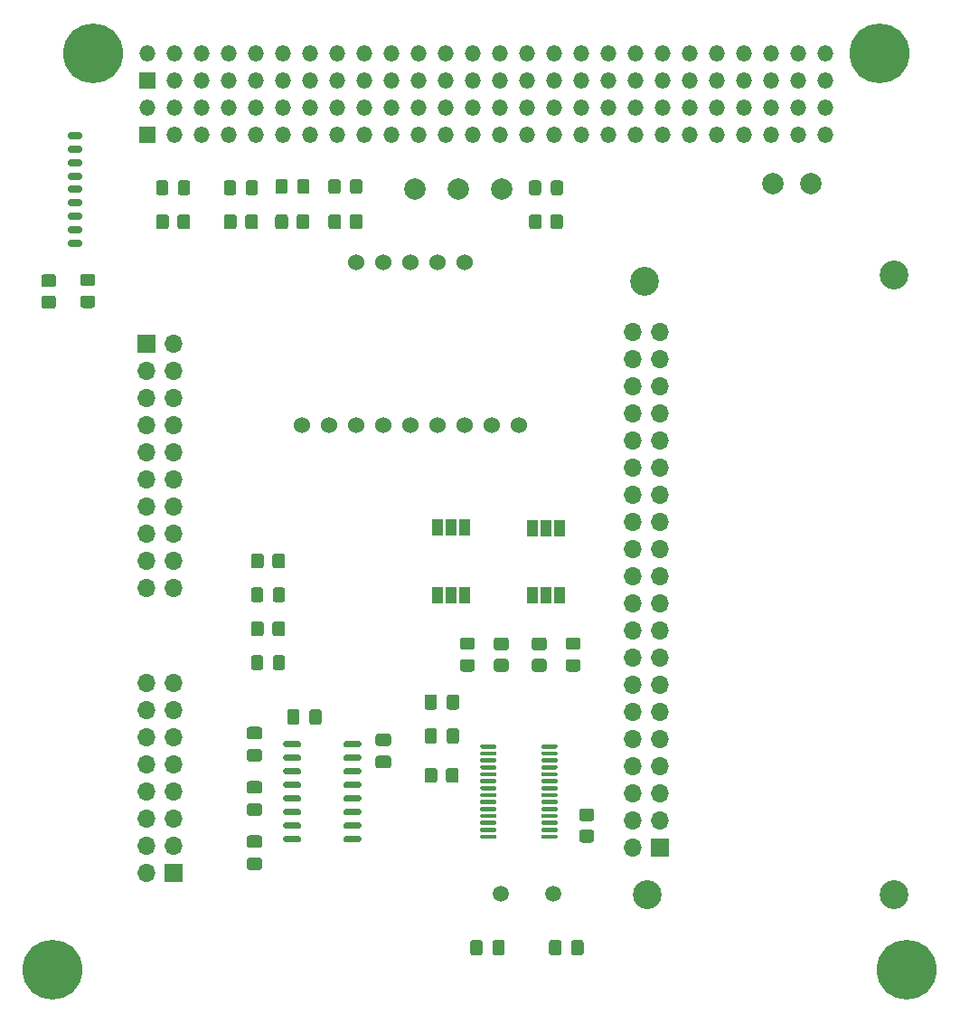
<source format=gbr>
%TF.GenerationSoftware,KiCad,Pcbnew,(5.1.9)-1*%
%TF.CreationDate,2021-10-15T17:54:31-04:00*%
%TF.ProjectId,REVERB Interface,52455645-5242-4204-996e-746572666163,rev?*%
%TF.SameCoordinates,Original*%
%TF.FileFunction,Soldermask,Top*%
%TF.FilePolarity,Negative*%
%FSLAX46Y46*%
G04 Gerber Fmt 4.6, Leading zero omitted, Abs format (unit mm)*
G04 Created by KiCad (PCBNEW (5.1.9)-1) date 2021-10-15 17:54:31*
%MOMM*%
%LPD*%
G01*
G04 APERTURE LIST*
%ADD10C,1.500000*%
%ADD11C,2.000000*%
%ADD12C,2.700000*%
%ADD13R,1.000000X1.500000*%
%ADD14C,1.524000*%
%ADD15C,5.600000*%
%ADD16C,3.600000*%
%ADD17O,1.400000X0.700000*%
%ADD18O,1.700000X1.700000*%
%ADD19R,1.700000X1.700000*%
%ADD20O,1.500000X1.500000*%
%ADD21R,1.500000X1.500000*%
G04 APERTURE END LIST*
%TO.C,U2*%
G36*
G01*
X139354999Y-131120000D02*
X140614997Y-131120000D01*
G75*
G02*
X140809997Y-131315000I0J-195000D01*
G01*
X140809997Y-131575000D01*
G75*
G02*
X140614997Y-131770000I-195000J0D01*
G01*
X139354999Y-131770000D01*
G75*
G02*
X139159999Y-131575000I0J195000D01*
G01*
X139159999Y-131315000D01*
G75*
G02*
X139354999Y-131120000I195000J0D01*
G01*
G37*
G36*
G01*
X139354999Y-129850000D02*
X140614997Y-129850000D01*
G75*
G02*
X140809997Y-130045000I0J-195000D01*
G01*
X140809997Y-130305000D01*
G75*
G02*
X140614997Y-130500000I-195000J0D01*
G01*
X139354999Y-130500000D01*
G75*
G02*
X139159999Y-130305000I0J195000D01*
G01*
X139159999Y-130045000D01*
G75*
G02*
X139354999Y-129850000I195000J0D01*
G01*
G37*
G36*
G01*
X139354999Y-128580000D02*
X140614997Y-128580000D01*
G75*
G02*
X140809997Y-128775000I0J-195000D01*
G01*
X140809997Y-129035000D01*
G75*
G02*
X140614997Y-129230000I-195000J0D01*
G01*
X139354999Y-129230000D01*
G75*
G02*
X139159999Y-129035000I0J195000D01*
G01*
X139159999Y-128775000D01*
G75*
G02*
X139354999Y-128580000I195000J0D01*
G01*
G37*
G36*
G01*
X139354999Y-127310000D02*
X140614997Y-127310000D01*
G75*
G02*
X140809997Y-127505000I0J-195000D01*
G01*
X140809997Y-127765000D01*
G75*
G02*
X140614997Y-127960000I-195000J0D01*
G01*
X139354999Y-127960000D01*
G75*
G02*
X139159999Y-127765000I0J195000D01*
G01*
X139159999Y-127505000D01*
G75*
G02*
X139354999Y-127310000I195000J0D01*
G01*
G37*
G36*
G01*
X139354999Y-126040000D02*
X140614997Y-126040000D01*
G75*
G02*
X140809997Y-126235000I0J-195000D01*
G01*
X140809997Y-126495000D01*
G75*
G02*
X140614997Y-126690000I-195000J0D01*
G01*
X139354999Y-126690000D01*
G75*
G02*
X139159999Y-126495000I0J195000D01*
G01*
X139159999Y-126235000D01*
G75*
G02*
X139354999Y-126040000I195000J0D01*
G01*
G37*
G36*
G01*
X139354999Y-124770000D02*
X140614997Y-124770000D01*
G75*
G02*
X140809997Y-124965000I0J-195000D01*
G01*
X140809997Y-125225000D01*
G75*
G02*
X140614997Y-125420000I-195000J0D01*
G01*
X139354999Y-125420000D01*
G75*
G02*
X139159999Y-125225000I0J195000D01*
G01*
X139159999Y-124965000D01*
G75*
G02*
X139354999Y-124770000I195000J0D01*
G01*
G37*
G36*
G01*
X139354999Y-123500000D02*
X140614997Y-123500000D01*
G75*
G02*
X140809997Y-123695000I0J-195000D01*
G01*
X140809997Y-123955000D01*
G75*
G02*
X140614997Y-124150000I-195000J0D01*
G01*
X139354999Y-124150000D01*
G75*
G02*
X139159999Y-123955000I0J195000D01*
G01*
X139159999Y-123695000D01*
G75*
G02*
X139354999Y-123500000I195000J0D01*
G01*
G37*
G36*
G01*
X139354999Y-122230000D02*
X140614997Y-122230000D01*
G75*
G02*
X140809997Y-122425000I0J-195000D01*
G01*
X140809997Y-122685000D01*
G75*
G02*
X140614997Y-122880000I-195000J0D01*
G01*
X139354999Y-122880000D01*
G75*
G02*
X139159999Y-122685000I0J195000D01*
G01*
X139159999Y-122425000D01*
G75*
G02*
X139354999Y-122230000I195000J0D01*
G01*
G37*
G36*
G01*
X133705000Y-131120000D02*
X134964998Y-131120000D01*
G75*
G02*
X135159998Y-131315000I0J-195000D01*
G01*
X135159998Y-131575000D01*
G75*
G02*
X134964998Y-131770000I-195000J0D01*
G01*
X133705000Y-131770000D01*
G75*
G02*
X133510000Y-131575000I0J195000D01*
G01*
X133510000Y-131315000D01*
G75*
G02*
X133705000Y-131120000I195000J0D01*
G01*
G37*
G36*
G01*
X133705000Y-129850000D02*
X134964998Y-129850000D01*
G75*
G02*
X135159998Y-130045000I0J-195000D01*
G01*
X135159998Y-130305000D01*
G75*
G02*
X134964998Y-130500000I-195000J0D01*
G01*
X133705000Y-130500000D01*
G75*
G02*
X133510000Y-130305000I0J195000D01*
G01*
X133510000Y-130045000D01*
G75*
G02*
X133705000Y-129850000I195000J0D01*
G01*
G37*
G36*
G01*
X133705000Y-128580000D02*
X134964998Y-128580000D01*
G75*
G02*
X135159998Y-128775000I0J-195000D01*
G01*
X135159998Y-129035000D01*
G75*
G02*
X134964998Y-129230000I-195000J0D01*
G01*
X133705000Y-129230000D01*
G75*
G02*
X133510000Y-129035000I0J195000D01*
G01*
X133510000Y-128775000D01*
G75*
G02*
X133705000Y-128580000I195000J0D01*
G01*
G37*
G36*
G01*
X133705000Y-127310000D02*
X134964998Y-127310000D01*
G75*
G02*
X135159998Y-127505000I0J-195000D01*
G01*
X135159998Y-127765000D01*
G75*
G02*
X134964998Y-127960000I-195000J0D01*
G01*
X133705000Y-127960000D01*
G75*
G02*
X133510000Y-127765000I0J195000D01*
G01*
X133510000Y-127505000D01*
G75*
G02*
X133705000Y-127310000I195000J0D01*
G01*
G37*
G36*
G01*
X133705000Y-126040000D02*
X134964998Y-126040000D01*
G75*
G02*
X135159998Y-126235000I0J-195000D01*
G01*
X135159998Y-126495000D01*
G75*
G02*
X134964998Y-126690000I-195000J0D01*
G01*
X133705000Y-126690000D01*
G75*
G02*
X133510000Y-126495000I0J195000D01*
G01*
X133510000Y-126235000D01*
G75*
G02*
X133705000Y-126040000I195000J0D01*
G01*
G37*
G36*
G01*
X133705000Y-124770000D02*
X134964998Y-124770000D01*
G75*
G02*
X135159998Y-124965000I0J-195000D01*
G01*
X135159998Y-125225000D01*
G75*
G02*
X134964998Y-125420000I-195000J0D01*
G01*
X133705000Y-125420000D01*
G75*
G02*
X133510000Y-125225000I0J195000D01*
G01*
X133510000Y-124965000D01*
G75*
G02*
X133705000Y-124770000I195000J0D01*
G01*
G37*
G36*
G01*
X133705000Y-123500000D02*
X134964998Y-123500000D01*
G75*
G02*
X135159998Y-123695000I0J-195000D01*
G01*
X135159998Y-123955000D01*
G75*
G02*
X134964998Y-124150000I-195000J0D01*
G01*
X133705000Y-124150000D01*
G75*
G02*
X133510000Y-123955000I0J195000D01*
G01*
X133510000Y-123695000D01*
G75*
G02*
X133705000Y-123500000I195000J0D01*
G01*
G37*
G36*
G01*
X133705000Y-122230000D02*
X134964998Y-122230000D01*
G75*
G02*
X135159998Y-122425000I0J-195000D01*
G01*
X135159998Y-122685000D01*
G75*
G02*
X134964998Y-122880000I-195000J0D01*
G01*
X133705000Y-122880000D01*
G75*
G02*
X133510000Y-122685000I0J195000D01*
G01*
X133510000Y-122425000D01*
G75*
G02*
X133705000Y-122230000I195000J0D01*
G01*
G37*
%TD*%
%TO.C,R12*%
G36*
G01*
X158515000Y-74110001D02*
X158515000Y-73209999D01*
G75*
G02*
X158764999Y-72960000I249999J0D01*
G01*
X159465001Y-72960000D01*
G75*
G02*
X159715000Y-73209999I0J-249999D01*
G01*
X159715000Y-74110001D01*
G75*
G02*
X159465001Y-74360000I-249999J0D01*
G01*
X158764999Y-74360000D01*
G75*
G02*
X158515000Y-74110001I0J249999D01*
G01*
G37*
G36*
G01*
X156515000Y-74110001D02*
X156515000Y-73209999D01*
G75*
G02*
X156764999Y-72960000I249999J0D01*
G01*
X157465001Y-72960000D01*
G75*
G02*
X157715000Y-73209999I0J-249999D01*
G01*
X157715000Y-74110001D01*
G75*
G02*
X157465001Y-74360000I-249999J0D01*
G01*
X156764999Y-74360000D01*
G75*
G02*
X156515000Y-74110001I0J249999D01*
G01*
G37*
%TD*%
%TO.C,R11*%
G36*
G01*
X111079999Y-80583000D02*
X111980001Y-80583000D01*
G75*
G02*
X112230000Y-80832999I0J-249999D01*
G01*
X112230000Y-81533001D01*
G75*
G02*
X111980001Y-81783000I-249999J0D01*
G01*
X111079999Y-81783000D01*
G75*
G02*
X110830000Y-81533001I0J249999D01*
G01*
X110830000Y-80832999D01*
G75*
G02*
X111079999Y-80583000I249999J0D01*
G01*
G37*
G36*
G01*
X111079999Y-78583000D02*
X111980001Y-78583000D01*
G75*
G02*
X112230000Y-78832999I0J-249999D01*
G01*
X112230000Y-79533001D01*
G75*
G02*
X111980001Y-79783000I-249999J0D01*
G01*
X111079999Y-79783000D01*
G75*
G02*
X110830000Y-79533001I0J249999D01*
G01*
X110830000Y-78832999D01*
G75*
G02*
X111079999Y-78583000I249999J0D01*
G01*
G37*
%TD*%
%TO.C,R10*%
G36*
G01*
X129140000Y-73209999D02*
X129140000Y-74110001D01*
G75*
G02*
X128890001Y-74360000I-249999J0D01*
G01*
X128189999Y-74360000D01*
G75*
G02*
X127940000Y-74110001I0J249999D01*
G01*
X127940000Y-73209999D01*
G75*
G02*
X128189999Y-72960000I249999J0D01*
G01*
X128890001Y-72960000D01*
G75*
G02*
X129140000Y-73209999I0J-249999D01*
G01*
G37*
G36*
G01*
X131140000Y-73209999D02*
X131140000Y-74110001D01*
G75*
G02*
X130890001Y-74360000I-249999J0D01*
G01*
X130189999Y-74360000D01*
G75*
G02*
X129940000Y-74110001I0J249999D01*
G01*
X129940000Y-73209999D01*
G75*
G02*
X130189999Y-72960000I249999J0D01*
G01*
X130890001Y-72960000D01*
G75*
G02*
X131140000Y-73209999I0J-249999D01*
G01*
G37*
%TD*%
%TO.C,R9*%
G36*
G01*
X122790000Y-73209999D02*
X122790000Y-74110001D01*
G75*
G02*
X122540001Y-74360000I-249999J0D01*
G01*
X121839999Y-74360000D01*
G75*
G02*
X121590000Y-74110001I0J249999D01*
G01*
X121590000Y-73209999D01*
G75*
G02*
X121839999Y-72960000I249999J0D01*
G01*
X122540001Y-72960000D01*
G75*
G02*
X122790000Y-73209999I0J-249999D01*
G01*
G37*
G36*
G01*
X124790000Y-73209999D02*
X124790000Y-74110001D01*
G75*
G02*
X124540001Y-74360000I-249999J0D01*
G01*
X123839999Y-74360000D01*
G75*
G02*
X123590000Y-74110001I0J249999D01*
G01*
X123590000Y-73209999D01*
G75*
G02*
X123839999Y-72960000I249999J0D01*
G01*
X124540001Y-72960000D01*
G75*
G02*
X124790000Y-73209999I0J-249999D01*
G01*
G37*
%TD*%
%TO.C,D12*%
G36*
G01*
X158565000Y-70935001D02*
X158565000Y-70034999D01*
G75*
G02*
X158814999Y-69785000I249999J0D01*
G01*
X159465001Y-69785000D01*
G75*
G02*
X159715000Y-70034999I0J-249999D01*
G01*
X159715000Y-70935001D01*
G75*
G02*
X159465001Y-71185000I-249999J0D01*
G01*
X158814999Y-71185000D01*
G75*
G02*
X158565000Y-70935001I0J249999D01*
G01*
G37*
G36*
G01*
X156515000Y-70935001D02*
X156515000Y-70034999D01*
G75*
G02*
X156764999Y-69785000I249999J0D01*
G01*
X157415001Y-69785000D01*
G75*
G02*
X157665000Y-70034999I0J-249999D01*
G01*
X157665000Y-70935001D01*
G75*
G02*
X157415001Y-71185000I-249999J0D01*
G01*
X156764999Y-71185000D01*
G75*
G02*
X156515000Y-70935001I0J249999D01*
G01*
G37*
%TD*%
%TO.C,D11*%
G36*
G01*
X114738999Y-80587000D02*
X115639001Y-80587000D01*
G75*
G02*
X115889000Y-80836999I0J-249999D01*
G01*
X115889000Y-81487001D01*
G75*
G02*
X115639001Y-81737000I-249999J0D01*
G01*
X114738999Y-81737000D01*
G75*
G02*
X114489000Y-81487001I0J249999D01*
G01*
X114489000Y-80836999D01*
G75*
G02*
X114738999Y-80587000I249999J0D01*
G01*
G37*
G36*
G01*
X114738999Y-78537000D02*
X115639001Y-78537000D01*
G75*
G02*
X115889000Y-78786999I0J-249999D01*
G01*
X115889000Y-79437001D01*
G75*
G02*
X115639001Y-79687000I-249999J0D01*
G01*
X114738999Y-79687000D01*
G75*
G02*
X114489000Y-79437001I0J249999D01*
G01*
X114489000Y-78786999D01*
G75*
G02*
X114738999Y-78537000I249999J0D01*
G01*
G37*
%TD*%
%TO.C,D10*%
G36*
G01*
X129090000Y-70034999D02*
X129090000Y-70935001D01*
G75*
G02*
X128840001Y-71185000I-249999J0D01*
G01*
X128189999Y-71185000D01*
G75*
G02*
X127940000Y-70935001I0J249999D01*
G01*
X127940000Y-70034999D01*
G75*
G02*
X128189999Y-69785000I249999J0D01*
G01*
X128840001Y-69785000D01*
G75*
G02*
X129090000Y-70034999I0J-249999D01*
G01*
G37*
G36*
G01*
X131140000Y-70034999D02*
X131140000Y-70935001D01*
G75*
G02*
X130890001Y-71185000I-249999J0D01*
G01*
X130239999Y-71185000D01*
G75*
G02*
X129990000Y-70935001I0J249999D01*
G01*
X129990000Y-70034999D01*
G75*
G02*
X130239999Y-69785000I249999J0D01*
G01*
X130890001Y-69785000D01*
G75*
G02*
X131140000Y-70034999I0J-249999D01*
G01*
G37*
%TD*%
%TO.C,D9*%
G36*
G01*
X122740000Y-70034999D02*
X122740000Y-70935001D01*
G75*
G02*
X122490001Y-71185000I-249999J0D01*
G01*
X121839999Y-71185000D01*
G75*
G02*
X121590000Y-70935001I0J249999D01*
G01*
X121590000Y-70034999D01*
G75*
G02*
X121839999Y-69785000I249999J0D01*
G01*
X122490001Y-69785000D01*
G75*
G02*
X122740000Y-70034999I0J-249999D01*
G01*
G37*
G36*
G01*
X124790000Y-70034999D02*
X124790000Y-70935001D01*
G75*
G02*
X124540001Y-71185000I-249999J0D01*
G01*
X123889999Y-71185000D01*
G75*
G02*
X123640000Y-70935001I0J249999D01*
G01*
X123640000Y-70034999D01*
G75*
G02*
X123889999Y-69785000I249999J0D01*
G01*
X124540001Y-69785000D01*
G75*
G02*
X124790000Y-70034999I0J-249999D01*
G01*
G37*
%TD*%
%TO.C,C7*%
G36*
G01*
X148807500Y-119093000D02*
X148807500Y-118143000D01*
G75*
G02*
X149057500Y-117893000I250000J0D01*
G01*
X149732500Y-117893000D01*
G75*
G02*
X149982500Y-118143000I0J-250000D01*
G01*
X149982500Y-119093000D01*
G75*
G02*
X149732500Y-119343000I-250000J0D01*
G01*
X149057500Y-119343000D01*
G75*
G02*
X148807500Y-119093000I0J250000D01*
G01*
G37*
G36*
G01*
X146732500Y-119093000D02*
X146732500Y-118143000D01*
G75*
G02*
X146982500Y-117893000I250000J0D01*
G01*
X147657500Y-117893000D01*
G75*
G02*
X147907500Y-118143000I0J-250000D01*
G01*
X147907500Y-119093000D01*
G75*
G02*
X147657500Y-119343000I-250000J0D01*
G01*
X146982500Y-119343000D01*
G75*
G02*
X146732500Y-119093000I0J250000D01*
G01*
G37*
%TD*%
%TO.C,C6*%
G36*
G01*
X148807500Y-122268000D02*
X148807500Y-121318000D01*
G75*
G02*
X149057500Y-121068000I250000J0D01*
G01*
X149732500Y-121068000D01*
G75*
G02*
X149982500Y-121318000I0J-250000D01*
G01*
X149982500Y-122268000D01*
G75*
G02*
X149732500Y-122518000I-250000J0D01*
G01*
X149057500Y-122518000D01*
G75*
G02*
X148807500Y-122268000I0J250000D01*
G01*
G37*
G36*
G01*
X146732500Y-122268000D02*
X146732500Y-121318000D01*
G75*
G02*
X146982500Y-121068000I250000J0D01*
G01*
X147657500Y-121068000D01*
G75*
G02*
X147907500Y-121318000I0J-250000D01*
G01*
X147907500Y-122268000D01*
G75*
G02*
X147657500Y-122518000I-250000J0D01*
G01*
X146982500Y-122518000D01*
G75*
G02*
X146732500Y-122268000I0J250000D01*
G01*
G37*
%TD*%
D10*
%TO.C,Y1*%
X153870000Y-136525000D03*
X158750000Y-136525000D03*
%TD*%
%TO.C,U3*%
G36*
G01*
X157700000Y-122875000D02*
X157700000Y-122675000D01*
G75*
G02*
X157800000Y-122575000I100000J0D01*
G01*
X159075000Y-122575000D01*
G75*
G02*
X159175000Y-122675000I0J-100000D01*
G01*
X159175000Y-122875000D01*
G75*
G02*
X159075000Y-122975000I-100000J0D01*
G01*
X157800000Y-122975000D01*
G75*
G02*
X157700000Y-122875000I0J100000D01*
G01*
G37*
G36*
G01*
X157700000Y-123525000D02*
X157700000Y-123325000D01*
G75*
G02*
X157800000Y-123225000I100000J0D01*
G01*
X159075000Y-123225000D01*
G75*
G02*
X159175000Y-123325000I0J-100000D01*
G01*
X159175000Y-123525000D01*
G75*
G02*
X159075000Y-123625000I-100000J0D01*
G01*
X157800000Y-123625000D01*
G75*
G02*
X157700000Y-123525000I0J100000D01*
G01*
G37*
G36*
G01*
X157700000Y-124175000D02*
X157700000Y-123975000D01*
G75*
G02*
X157800000Y-123875000I100000J0D01*
G01*
X159075000Y-123875000D01*
G75*
G02*
X159175000Y-123975000I0J-100000D01*
G01*
X159175000Y-124175000D01*
G75*
G02*
X159075000Y-124275000I-100000J0D01*
G01*
X157800000Y-124275000D01*
G75*
G02*
X157700000Y-124175000I0J100000D01*
G01*
G37*
G36*
G01*
X157700000Y-124825000D02*
X157700000Y-124625000D01*
G75*
G02*
X157800000Y-124525000I100000J0D01*
G01*
X159075000Y-124525000D01*
G75*
G02*
X159175000Y-124625000I0J-100000D01*
G01*
X159175000Y-124825000D01*
G75*
G02*
X159075000Y-124925000I-100000J0D01*
G01*
X157800000Y-124925000D01*
G75*
G02*
X157700000Y-124825000I0J100000D01*
G01*
G37*
G36*
G01*
X157700000Y-125475000D02*
X157700000Y-125275000D01*
G75*
G02*
X157800000Y-125175000I100000J0D01*
G01*
X159075000Y-125175000D01*
G75*
G02*
X159175000Y-125275000I0J-100000D01*
G01*
X159175000Y-125475000D01*
G75*
G02*
X159075000Y-125575000I-100000J0D01*
G01*
X157800000Y-125575000D01*
G75*
G02*
X157700000Y-125475000I0J100000D01*
G01*
G37*
G36*
G01*
X157700000Y-126125000D02*
X157700000Y-125925000D01*
G75*
G02*
X157800000Y-125825000I100000J0D01*
G01*
X159075000Y-125825000D01*
G75*
G02*
X159175000Y-125925000I0J-100000D01*
G01*
X159175000Y-126125000D01*
G75*
G02*
X159075000Y-126225000I-100000J0D01*
G01*
X157800000Y-126225000D01*
G75*
G02*
X157700000Y-126125000I0J100000D01*
G01*
G37*
G36*
G01*
X157700000Y-126775000D02*
X157700000Y-126575000D01*
G75*
G02*
X157800000Y-126475000I100000J0D01*
G01*
X159075000Y-126475000D01*
G75*
G02*
X159175000Y-126575000I0J-100000D01*
G01*
X159175000Y-126775000D01*
G75*
G02*
X159075000Y-126875000I-100000J0D01*
G01*
X157800000Y-126875000D01*
G75*
G02*
X157700000Y-126775000I0J100000D01*
G01*
G37*
G36*
G01*
X157700000Y-127425000D02*
X157700000Y-127225000D01*
G75*
G02*
X157800000Y-127125000I100000J0D01*
G01*
X159075000Y-127125000D01*
G75*
G02*
X159175000Y-127225000I0J-100000D01*
G01*
X159175000Y-127425000D01*
G75*
G02*
X159075000Y-127525000I-100000J0D01*
G01*
X157800000Y-127525000D01*
G75*
G02*
X157700000Y-127425000I0J100000D01*
G01*
G37*
G36*
G01*
X157700000Y-128075000D02*
X157700000Y-127875000D01*
G75*
G02*
X157800000Y-127775000I100000J0D01*
G01*
X159075000Y-127775000D01*
G75*
G02*
X159175000Y-127875000I0J-100000D01*
G01*
X159175000Y-128075000D01*
G75*
G02*
X159075000Y-128175000I-100000J0D01*
G01*
X157800000Y-128175000D01*
G75*
G02*
X157700000Y-128075000I0J100000D01*
G01*
G37*
G36*
G01*
X157700000Y-128725000D02*
X157700000Y-128525000D01*
G75*
G02*
X157800000Y-128425000I100000J0D01*
G01*
X159075000Y-128425000D01*
G75*
G02*
X159175000Y-128525000I0J-100000D01*
G01*
X159175000Y-128725000D01*
G75*
G02*
X159075000Y-128825000I-100000J0D01*
G01*
X157800000Y-128825000D01*
G75*
G02*
X157700000Y-128725000I0J100000D01*
G01*
G37*
G36*
G01*
X157700000Y-129375000D02*
X157700000Y-129175000D01*
G75*
G02*
X157800000Y-129075000I100000J0D01*
G01*
X159075000Y-129075000D01*
G75*
G02*
X159175000Y-129175000I0J-100000D01*
G01*
X159175000Y-129375000D01*
G75*
G02*
X159075000Y-129475000I-100000J0D01*
G01*
X157800000Y-129475000D01*
G75*
G02*
X157700000Y-129375000I0J100000D01*
G01*
G37*
G36*
G01*
X157700000Y-130025000D02*
X157700000Y-129825000D01*
G75*
G02*
X157800000Y-129725000I100000J0D01*
G01*
X159075000Y-129725000D01*
G75*
G02*
X159175000Y-129825000I0J-100000D01*
G01*
X159175000Y-130025000D01*
G75*
G02*
X159075000Y-130125000I-100000J0D01*
G01*
X157800000Y-130125000D01*
G75*
G02*
X157700000Y-130025000I0J100000D01*
G01*
G37*
G36*
G01*
X157700000Y-130675000D02*
X157700000Y-130475000D01*
G75*
G02*
X157800000Y-130375000I100000J0D01*
G01*
X159075000Y-130375000D01*
G75*
G02*
X159175000Y-130475000I0J-100000D01*
G01*
X159175000Y-130675000D01*
G75*
G02*
X159075000Y-130775000I-100000J0D01*
G01*
X157800000Y-130775000D01*
G75*
G02*
X157700000Y-130675000I0J100000D01*
G01*
G37*
G36*
G01*
X157700000Y-131325000D02*
X157700000Y-131125000D01*
G75*
G02*
X157800000Y-131025000I100000J0D01*
G01*
X159075000Y-131025000D01*
G75*
G02*
X159175000Y-131125000I0J-100000D01*
G01*
X159175000Y-131325000D01*
G75*
G02*
X159075000Y-131425000I-100000J0D01*
G01*
X157800000Y-131425000D01*
G75*
G02*
X157700000Y-131325000I0J100000D01*
G01*
G37*
G36*
G01*
X151975000Y-131325000D02*
X151975000Y-131125000D01*
G75*
G02*
X152075000Y-131025000I100000J0D01*
G01*
X153350000Y-131025000D01*
G75*
G02*
X153450000Y-131125000I0J-100000D01*
G01*
X153450000Y-131325000D01*
G75*
G02*
X153350000Y-131425000I-100000J0D01*
G01*
X152075000Y-131425000D01*
G75*
G02*
X151975000Y-131325000I0J100000D01*
G01*
G37*
G36*
G01*
X151975000Y-130675000D02*
X151975000Y-130475000D01*
G75*
G02*
X152075000Y-130375000I100000J0D01*
G01*
X153350000Y-130375000D01*
G75*
G02*
X153450000Y-130475000I0J-100000D01*
G01*
X153450000Y-130675000D01*
G75*
G02*
X153350000Y-130775000I-100000J0D01*
G01*
X152075000Y-130775000D01*
G75*
G02*
X151975000Y-130675000I0J100000D01*
G01*
G37*
G36*
G01*
X151975000Y-130025000D02*
X151975000Y-129825000D01*
G75*
G02*
X152075000Y-129725000I100000J0D01*
G01*
X153350000Y-129725000D01*
G75*
G02*
X153450000Y-129825000I0J-100000D01*
G01*
X153450000Y-130025000D01*
G75*
G02*
X153350000Y-130125000I-100000J0D01*
G01*
X152075000Y-130125000D01*
G75*
G02*
X151975000Y-130025000I0J100000D01*
G01*
G37*
G36*
G01*
X151975000Y-129375000D02*
X151975000Y-129175000D01*
G75*
G02*
X152075000Y-129075000I100000J0D01*
G01*
X153350000Y-129075000D01*
G75*
G02*
X153450000Y-129175000I0J-100000D01*
G01*
X153450000Y-129375000D01*
G75*
G02*
X153350000Y-129475000I-100000J0D01*
G01*
X152075000Y-129475000D01*
G75*
G02*
X151975000Y-129375000I0J100000D01*
G01*
G37*
G36*
G01*
X151975000Y-128725000D02*
X151975000Y-128525000D01*
G75*
G02*
X152075000Y-128425000I100000J0D01*
G01*
X153350000Y-128425000D01*
G75*
G02*
X153450000Y-128525000I0J-100000D01*
G01*
X153450000Y-128725000D01*
G75*
G02*
X153350000Y-128825000I-100000J0D01*
G01*
X152075000Y-128825000D01*
G75*
G02*
X151975000Y-128725000I0J100000D01*
G01*
G37*
G36*
G01*
X151975000Y-128075000D02*
X151975000Y-127875000D01*
G75*
G02*
X152075000Y-127775000I100000J0D01*
G01*
X153350000Y-127775000D01*
G75*
G02*
X153450000Y-127875000I0J-100000D01*
G01*
X153450000Y-128075000D01*
G75*
G02*
X153350000Y-128175000I-100000J0D01*
G01*
X152075000Y-128175000D01*
G75*
G02*
X151975000Y-128075000I0J100000D01*
G01*
G37*
G36*
G01*
X151975000Y-127425000D02*
X151975000Y-127225000D01*
G75*
G02*
X152075000Y-127125000I100000J0D01*
G01*
X153350000Y-127125000D01*
G75*
G02*
X153450000Y-127225000I0J-100000D01*
G01*
X153450000Y-127425000D01*
G75*
G02*
X153350000Y-127525000I-100000J0D01*
G01*
X152075000Y-127525000D01*
G75*
G02*
X151975000Y-127425000I0J100000D01*
G01*
G37*
G36*
G01*
X151975000Y-126775000D02*
X151975000Y-126575000D01*
G75*
G02*
X152075000Y-126475000I100000J0D01*
G01*
X153350000Y-126475000D01*
G75*
G02*
X153450000Y-126575000I0J-100000D01*
G01*
X153450000Y-126775000D01*
G75*
G02*
X153350000Y-126875000I-100000J0D01*
G01*
X152075000Y-126875000D01*
G75*
G02*
X151975000Y-126775000I0J100000D01*
G01*
G37*
G36*
G01*
X151975000Y-126125000D02*
X151975000Y-125925000D01*
G75*
G02*
X152075000Y-125825000I100000J0D01*
G01*
X153350000Y-125825000D01*
G75*
G02*
X153450000Y-125925000I0J-100000D01*
G01*
X153450000Y-126125000D01*
G75*
G02*
X153350000Y-126225000I-100000J0D01*
G01*
X152075000Y-126225000D01*
G75*
G02*
X151975000Y-126125000I0J100000D01*
G01*
G37*
G36*
G01*
X151975000Y-125475000D02*
X151975000Y-125275000D01*
G75*
G02*
X152075000Y-125175000I100000J0D01*
G01*
X153350000Y-125175000D01*
G75*
G02*
X153450000Y-125275000I0J-100000D01*
G01*
X153450000Y-125475000D01*
G75*
G02*
X153350000Y-125575000I-100000J0D01*
G01*
X152075000Y-125575000D01*
G75*
G02*
X151975000Y-125475000I0J100000D01*
G01*
G37*
G36*
G01*
X151975000Y-124825000D02*
X151975000Y-124625000D01*
G75*
G02*
X152075000Y-124525000I100000J0D01*
G01*
X153350000Y-124525000D01*
G75*
G02*
X153450000Y-124625000I0J-100000D01*
G01*
X153450000Y-124825000D01*
G75*
G02*
X153350000Y-124925000I-100000J0D01*
G01*
X152075000Y-124925000D01*
G75*
G02*
X151975000Y-124825000I0J100000D01*
G01*
G37*
G36*
G01*
X151975000Y-124175000D02*
X151975000Y-123975000D01*
G75*
G02*
X152075000Y-123875000I100000J0D01*
G01*
X153350000Y-123875000D01*
G75*
G02*
X153450000Y-123975000I0J-100000D01*
G01*
X153450000Y-124175000D01*
G75*
G02*
X153350000Y-124275000I-100000J0D01*
G01*
X152075000Y-124275000D01*
G75*
G02*
X151975000Y-124175000I0J100000D01*
G01*
G37*
G36*
G01*
X151975000Y-123525000D02*
X151975000Y-123325000D01*
G75*
G02*
X152075000Y-123225000I100000J0D01*
G01*
X153350000Y-123225000D01*
G75*
G02*
X153450000Y-123325000I0J-100000D01*
G01*
X153450000Y-123525000D01*
G75*
G02*
X153350000Y-123625000I-100000J0D01*
G01*
X152075000Y-123625000D01*
G75*
G02*
X151975000Y-123525000I0J100000D01*
G01*
G37*
G36*
G01*
X151975000Y-122875000D02*
X151975000Y-122675000D01*
G75*
G02*
X152075000Y-122575000I100000J0D01*
G01*
X153350000Y-122575000D01*
G75*
G02*
X153450000Y-122675000I0J-100000D01*
G01*
X153450000Y-122875000D01*
G75*
G02*
X153350000Y-122975000I-100000J0D01*
G01*
X152075000Y-122975000D01*
G75*
G02*
X151975000Y-122875000I0J100000D01*
G01*
G37*
%TD*%
%TO.C,R8*%
G36*
G01*
X148736000Y-125926001D02*
X148736000Y-125025999D01*
G75*
G02*
X148985999Y-124776000I249999J0D01*
G01*
X149686001Y-124776000D01*
G75*
G02*
X149936000Y-125025999I0J-249999D01*
G01*
X149936000Y-125926001D01*
G75*
G02*
X149686001Y-126176000I-249999J0D01*
G01*
X148985999Y-126176000D01*
G75*
G02*
X148736000Y-125926001I0J249999D01*
G01*
G37*
G36*
G01*
X146736000Y-125926001D02*
X146736000Y-125025999D01*
G75*
G02*
X146985999Y-124776000I249999J0D01*
G01*
X147686001Y-124776000D01*
G75*
G02*
X147936000Y-125025999I0J-249999D01*
G01*
X147936000Y-125926001D01*
G75*
G02*
X147686001Y-126176000I-249999J0D01*
G01*
X146985999Y-126176000D01*
G75*
G02*
X146736000Y-125926001I0J249999D01*
G01*
G37*
%TD*%
%TO.C,R7*%
G36*
G01*
X161474999Y-130575000D02*
X162375001Y-130575000D01*
G75*
G02*
X162625000Y-130824999I0J-249999D01*
G01*
X162625000Y-131525001D01*
G75*
G02*
X162375001Y-131775000I-249999J0D01*
G01*
X161474999Y-131775000D01*
G75*
G02*
X161225000Y-131525001I0J249999D01*
G01*
X161225000Y-130824999D01*
G75*
G02*
X161474999Y-130575000I249999J0D01*
G01*
G37*
G36*
G01*
X161474999Y-128575000D02*
X162375001Y-128575000D01*
G75*
G02*
X162625000Y-128824999I0J-249999D01*
G01*
X162625000Y-129525001D01*
G75*
G02*
X162375001Y-129775000I-249999J0D01*
G01*
X161474999Y-129775000D01*
G75*
G02*
X161225000Y-129525001I0J249999D01*
G01*
X161225000Y-128824999D01*
G75*
G02*
X161474999Y-128575000I249999J0D01*
G01*
G37*
%TD*%
%TO.C,C9*%
G36*
G01*
X152182500Y-141130000D02*
X152182500Y-142080000D01*
G75*
G02*
X151932500Y-142330000I-250000J0D01*
G01*
X151257500Y-142330000D01*
G75*
G02*
X151007500Y-142080000I0J250000D01*
G01*
X151007500Y-141130000D01*
G75*
G02*
X151257500Y-140880000I250000J0D01*
G01*
X151932500Y-140880000D01*
G75*
G02*
X152182500Y-141130000I0J-250000D01*
G01*
G37*
G36*
G01*
X154257500Y-141130000D02*
X154257500Y-142080000D01*
G75*
G02*
X154007500Y-142330000I-250000J0D01*
G01*
X153332500Y-142330000D01*
G75*
G02*
X153082500Y-142080000I0J250000D01*
G01*
X153082500Y-141130000D01*
G75*
G02*
X153332500Y-140880000I250000J0D01*
G01*
X154007500Y-140880000D01*
G75*
G02*
X154257500Y-141130000I0J-250000D01*
G01*
G37*
%TD*%
%TO.C,C8*%
G36*
G01*
X160470000Y-142080000D02*
X160470000Y-141130000D01*
G75*
G02*
X160720000Y-140880000I250000J0D01*
G01*
X161395000Y-140880000D01*
G75*
G02*
X161645000Y-141130000I0J-250000D01*
G01*
X161645000Y-142080000D01*
G75*
G02*
X161395000Y-142330000I-250000J0D01*
G01*
X160720000Y-142330000D01*
G75*
G02*
X160470000Y-142080000I0J250000D01*
G01*
G37*
G36*
G01*
X158395000Y-142080000D02*
X158395000Y-141130000D01*
G75*
G02*
X158645000Y-140880000I250000J0D01*
G01*
X159320000Y-140880000D01*
G75*
G02*
X159570000Y-141130000I0J-250000D01*
G01*
X159570000Y-142080000D01*
G75*
G02*
X159320000Y-142330000I-250000J0D01*
G01*
X158645000Y-142330000D01*
G75*
G02*
X158395000Y-142080000I0J250000D01*
G01*
G37*
%TD*%
D11*
%TO.C,TP5*%
X145796000Y-70612000D03*
%TD*%
%TO.C,TP4*%
X179324000Y-70104000D03*
%TD*%
%TO.C,TP3*%
X149860000Y-70612000D03*
%TD*%
%TO.C,TP2*%
X153924000Y-70612000D03*
%TD*%
%TO.C,TP1*%
X182880000Y-70104000D03*
%TD*%
D12*
%TO.C,M8*%
X190701000Y-136609000D03*
%TD*%
%TO.C,M7*%
X190701000Y-78609000D03*
%TD*%
%TO.C,M6*%
X167574000Y-136609000D03*
%TD*%
%TO.C,M5*%
X167384000Y-79244000D03*
%TD*%
%TO.C,R6*%
G36*
G01*
X131680000Y-104959999D02*
X131680000Y-105860001D01*
G75*
G02*
X131430001Y-106110000I-249999J0D01*
G01*
X130729999Y-106110000D01*
G75*
G02*
X130480000Y-105860001I0J249999D01*
G01*
X130480000Y-104959999D01*
G75*
G02*
X130729999Y-104710000I249999J0D01*
G01*
X131430001Y-104710000D01*
G75*
G02*
X131680000Y-104959999I0J-249999D01*
G01*
G37*
G36*
G01*
X133680000Y-104959999D02*
X133680000Y-105860001D01*
G75*
G02*
X133430001Y-106110000I-249999J0D01*
G01*
X132729999Y-106110000D01*
G75*
G02*
X132480000Y-105860001I0J249999D01*
G01*
X132480000Y-104959999D01*
G75*
G02*
X132729999Y-104710000I249999J0D01*
G01*
X133430001Y-104710000D01*
G75*
G02*
X133680000Y-104959999I0J-249999D01*
G01*
G37*
%TD*%
%TO.C,R5*%
G36*
G01*
X131680000Y-111309999D02*
X131680000Y-112210001D01*
G75*
G02*
X131430001Y-112460000I-249999J0D01*
G01*
X130729999Y-112460000D01*
G75*
G02*
X130480000Y-112210001I0J249999D01*
G01*
X130480000Y-111309999D01*
G75*
G02*
X130729999Y-111060000I249999J0D01*
G01*
X131430001Y-111060000D01*
G75*
G02*
X131680000Y-111309999I0J-249999D01*
G01*
G37*
G36*
G01*
X133680000Y-111309999D02*
X133680000Y-112210001D01*
G75*
G02*
X133430001Y-112460000I-249999J0D01*
G01*
X132729999Y-112460000D01*
G75*
G02*
X132480000Y-112210001I0J249999D01*
G01*
X132480000Y-111309999D01*
G75*
G02*
X132729999Y-111060000I249999J0D01*
G01*
X133430001Y-111060000D01*
G75*
G02*
X133680000Y-111309999I0J-249999D01*
G01*
G37*
%TD*%
%TO.C,R4*%
G36*
G01*
X133950000Y-73209999D02*
X133950000Y-74110001D01*
G75*
G02*
X133700001Y-74360000I-249999J0D01*
G01*
X132999999Y-74360000D01*
G75*
G02*
X132750000Y-74110001I0J249999D01*
G01*
X132750000Y-73209999D01*
G75*
G02*
X132999999Y-72960000I249999J0D01*
G01*
X133700001Y-72960000D01*
G75*
G02*
X133950000Y-73209999I0J-249999D01*
G01*
G37*
G36*
G01*
X135950000Y-73209999D02*
X135950000Y-74110001D01*
G75*
G02*
X135700001Y-74360000I-249999J0D01*
G01*
X134999999Y-74360000D01*
G75*
G02*
X134750000Y-74110001I0J249999D01*
G01*
X134750000Y-73209999D01*
G75*
G02*
X134999999Y-72960000I249999J0D01*
G01*
X135700001Y-72960000D01*
G75*
G02*
X135950000Y-73209999I0J-249999D01*
G01*
G37*
%TD*%
%TO.C,R3*%
G36*
G01*
X138935000Y-73209999D02*
X138935000Y-74110001D01*
G75*
G02*
X138685001Y-74360000I-249999J0D01*
G01*
X137984999Y-74360000D01*
G75*
G02*
X137735000Y-74110001I0J249999D01*
G01*
X137735000Y-73209999D01*
G75*
G02*
X137984999Y-72960000I249999J0D01*
G01*
X138685001Y-72960000D01*
G75*
G02*
X138935000Y-73209999I0J-249999D01*
G01*
G37*
G36*
G01*
X140935000Y-73209999D02*
X140935000Y-74110001D01*
G75*
G02*
X140685001Y-74360000I-249999J0D01*
G01*
X139984999Y-74360000D01*
G75*
G02*
X139735000Y-74110001I0J249999D01*
G01*
X139735000Y-73209999D01*
G75*
G02*
X139984999Y-72960000I249999J0D01*
G01*
X140685001Y-72960000D01*
G75*
G02*
X140935000Y-73209999I0J-249999D01*
G01*
G37*
%TD*%
%TO.C,R2*%
G36*
G01*
X153473999Y-114573000D02*
X154374001Y-114573000D01*
G75*
G02*
X154624000Y-114822999I0J-249999D01*
G01*
X154624000Y-115523001D01*
G75*
G02*
X154374001Y-115773000I-249999J0D01*
G01*
X153473999Y-115773000D01*
G75*
G02*
X153224000Y-115523001I0J249999D01*
G01*
X153224000Y-114822999D01*
G75*
G02*
X153473999Y-114573000I249999J0D01*
G01*
G37*
G36*
G01*
X153473999Y-112573000D02*
X154374001Y-112573000D01*
G75*
G02*
X154624000Y-112822999I0J-249999D01*
G01*
X154624000Y-113523001D01*
G75*
G02*
X154374001Y-113773000I-249999J0D01*
G01*
X153473999Y-113773000D01*
G75*
G02*
X153224000Y-113523001I0J249999D01*
G01*
X153224000Y-112822999D01*
G75*
G02*
X153473999Y-112573000I249999J0D01*
G01*
G37*
%TD*%
%TO.C,R1*%
G36*
G01*
X157029999Y-114573000D02*
X157930001Y-114573000D01*
G75*
G02*
X158180000Y-114822999I0J-249999D01*
G01*
X158180000Y-115523001D01*
G75*
G02*
X157930001Y-115773000I-249999J0D01*
G01*
X157029999Y-115773000D01*
G75*
G02*
X156780000Y-115523001I0J249999D01*
G01*
X156780000Y-114822999D01*
G75*
G02*
X157029999Y-114573000I249999J0D01*
G01*
G37*
G36*
G01*
X157029999Y-112573000D02*
X157930001Y-112573000D01*
G75*
G02*
X158180000Y-112822999I0J-249999D01*
G01*
X158180000Y-113523001D01*
G75*
G02*
X157930001Y-113773000I-249999J0D01*
G01*
X157029999Y-113773000D01*
G75*
G02*
X156780000Y-113523001I0J249999D01*
G01*
X156780000Y-112822999D01*
G75*
G02*
X157029999Y-112573000I249999J0D01*
G01*
G37*
%TD*%
D13*
%TO.C,JP4*%
X156815000Y-108585000D03*
X158115000Y-108585000D03*
X159415000Y-108585000D03*
%TD*%
%TO.C,JP3*%
X147925000Y-108585000D03*
X149225000Y-108585000D03*
X150525000Y-108585000D03*
%TD*%
%TO.C,JP2*%
X156815000Y-102320000D03*
X158115000Y-102320000D03*
X159415000Y-102320000D03*
%TD*%
%TO.C,JP1*%
X147925000Y-102235000D03*
X149225000Y-102235000D03*
X150525000Y-102235000D03*
%TD*%
D14*
%TO.C,U1*%
X135255000Y-92710000D03*
X137795000Y-92710000D03*
X140335000Y-92710000D03*
X142875000Y-92710000D03*
X145415000Y-92710000D03*
X147955000Y-92710000D03*
X150495000Y-92710000D03*
X153035000Y-92710000D03*
X155575000Y-92710000D03*
X140335000Y-77470000D03*
X150495000Y-77470000D03*
X147955000Y-77470000D03*
X145415000Y-77470000D03*
X142875000Y-77470000D03*
%TD*%
%TO.C,D6*%
G36*
G01*
X131630000Y-108134999D02*
X131630000Y-109035001D01*
G75*
G02*
X131380001Y-109285000I-249999J0D01*
G01*
X130729999Y-109285000D01*
G75*
G02*
X130480000Y-109035001I0J249999D01*
G01*
X130480000Y-108134999D01*
G75*
G02*
X130729999Y-107885000I249999J0D01*
G01*
X131380001Y-107885000D01*
G75*
G02*
X131630000Y-108134999I0J-249999D01*
G01*
G37*
G36*
G01*
X133680000Y-108134999D02*
X133680000Y-109035001D01*
G75*
G02*
X133430001Y-109285000I-249999J0D01*
G01*
X132779999Y-109285000D01*
G75*
G02*
X132530000Y-109035001I0J249999D01*
G01*
X132530000Y-108134999D01*
G75*
G02*
X132779999Y-107885000I249999J0D01*
G01*
X133430001Y-107885000D01*
G75*
G02*
X133680000Y-108134999I0J-249999D01*
G01*
G37*
%TD*%
%TO.C,D5*%
G36*
G01*
X131630000Y-114484999D02*
X131630000Y-115385001D01*
G75*
G02*
X131380001Y-115635000I-249999J0D01*
G01*
X130729999Y-115635000D01*
G75*
G02*
X130480000Y-115385001I0J249999D01*
G01*
X130480000Y-114484999D01*
G75*
G02*
X130729999Y-114235000I249999J0D01*
G01*
X131380001Y-114235000D01*
G75*
G02*
X131630000Y-114484999I0J-249999D01*
G01*
G37*
G36*
G01*
X133680000Y-114484999D02*
X133680000Y-115385001D01*
G75*
G02*
X133430001Y-115635000I-249999J0D01*
G01*
X132779999Y-115635000D01*
G75*
G02*
X132530000Y-115385001I0J249999D01*
G01*
X132530000Y-114484999D01*
G75*
G02*
X132779999Y-114235000I249999J0D01*
G01*
X133430001Y-114235000D01*
G75*
G02*
X133680000Y-114484999I0J-249999D01*
G01*
G37*
%TD*%
%TO.C,D4*%
G36*
G01*
X133916000Y-69907999D02*
X133916000Y-70808001D01*
G75*
G02*
X133666001Y-71058000I-249999J0D01*
G01*
X133015999Y-71058000D01*
G75*
G02*
X132766000Y-70808001I0J249999D01*
G01*
X132766000Y-69907999D01*
G75*
G02*
X133015999Y-69658000I249999J0D01*
G01*
X133666001Y-69658000D01*
G75*
G02*
X133916000Y-69907999I0J-249999D01*
G01*
G37*
G36*
G01*
X135966000Y-69907999D02*
X135966000Y-70808001D01*
G75*
G02*
X135716001Y-71058000I-249999J0D01*
G01*
X135065999Y-71058000D01*
G75*
G02*
X134816000Y-70808001I0J249999D01*
G01*
X134816000Y-69907999D01*
G75*
G02*
X135065999Y-69658000I249999J0D01*
G01*
X135716001Y-69658000D01*
G75*
G02*
X135966000Y-69907999I0J-249999D01*
G01*
G37*
%TD*%
%TO.C,D3*%
G36*
G01*
X138869000Y-69907999D02*
X138869000Y-70808001D01*
G75*
G02*
X138619001Y-71058000I-249999J0D01*
G01*
X137968999Y-71058000D01*
G75*
G02*
X137719000Y-70808001I0J249999D01*
G01*
X137719000Y-69907999D01*
G75*
G02*
X137968999Y-69658000I249999J0D01*
G01*
X138619001Y-69658000D01*
G75*
G02*
X138869000Y-69907999I0J-249999D01*
G01*
G37*
G36*
G01*
X140919000Y-69907999D02*
X140919000Y-70808001D01*
G75*
G02*
X140669001Y-71058000I-249999J0D01*
G01*
X140018999Y-71058000D01*
G75*
G02*
X139769000Y-70808001I0J249999D01*
G01*
X139769000Y-69907999D01*
G75*
G02*
X140018999Y-69658000I249999J0D01*
G01*
X140669001Y-69658000D01*
G75*
G02*
X140919000Y-69907999I0J-249999D01*
G01*
G37*
%TD*%
%TO.C,D2*%
G36*
G01*
X150298999Y-114623000D02*
X151199001Y-114623000D01*
G75*
G02*
X151449000Y-114872999I0J-249999D01*
G01*
X151449000Y-115523001D01*
G75*
G02*
X151199001Y-115773000I-249999J0D01*
G01*
X150298999Y-115773000D01*
G75*
G02*
X150049000Y-115523001I0J249999D01*
G01*
X150049000Y-114872999D01*
G75*
G02*
X150298999Y-114623000I249999J0D01*
G01*
G37*
G36*
G01*
X150298999Y-112573000D02*
X151199001Y-112573000D01*
G75*
G02*
X151449000Y-112822999I0J-249999D01*
G01*
X151449000Y-113473001D01*
G75*
G02*
X151199001Y-113723000I-249999J0D01*
G01*
X150298999Y-113723000D01*
G75*
G02*
X150049000Y-113473001I0J249999D01*
G01*
X150049000Y-112822999D01*
G75*
G02*
X150298999Y-112573000I249999J0D01*
G01*
G37*
%TD*%
%TO.C,D1*%
G36*
G01*
X160204999Y-114623000D02*
X161105001Y-114623000D01*
G75*
G02*
X161355000Y-114872999I0J-249999D01*
G01*
X161355000Y-115523001D01*
G75*
G02*
X161105001Y-115773000I-249999J0D01*
G01*
X160204999Y-115773000D01*
G75*
G02*
X159955000Y-115523001I0J249999D01*
G01*
X159955000Y-114872999D01*
G75*
G02*
X160204999Y-114623000I249999J0D01*
G01*
G37*
G36*
G01*
X160204999Y-112573000D02*
X161105001Y-112573000D01*
G75*
G02*
X161355000Y-112822999I0J-249999D01*
G01*
X161355000Y-113473001D01*
G75*
G02*
X161105001Y-113723000I-249999J0D01*
G01*
X160204999Y-113723000D01*
G75*
G02*
X159955000Y-113473001I0J249999D01*
G01*
X159955000Y-112822999D01*
G75*
G02*
X160204999Y-112573000I249999J0D01*
G01*
G37*
%TD*%
D15*
%TO.C,M4*%
X191926000Y-143664000D03*
D16*
X191926000Y-143664000D03*
%TD*%
D15*
%TO.C,M3*%
X111916000Y-143664000D03*
D16*
X111916000Y-143664000D03*
%TD*%
D15*
%TO.C,M2*%
X189386000Y-57939000D03*
D16*
X189386000Y-57939000D03*
%TD*%
D15*
%TO.C,M1*%
X115726000Y-57939000D03*
D16*
X115726000Y-57939000D03*
%TD*%
D17*
%TO.C,J4*%
X114006000Y-75639000D03*
X114006000Y-74389000D03*
X114006000Y-73139000D03*
X114006000Y-71889000D03*
X114006000Y-70639000D03*
X114006000Y-69389000D03*
X114006000Y-68139000D03*
X114006000Y-66889000D03*
X114006000Y-65639000D03*
%TD*%
D18*
%TO.C,J3*%
X123190000Y-107950000D03*
X120650000Y-107950000D03*
X123190000Y-105410000D03*
X120650000Y-105410000D03*
X123190000Y-102870000D03*
X120650000Y-102870000D03*
X123190000Y-100330000D03*
X120650000Y-100330000D03*
X123190000Y-97790000D03*
X120650000Y-97790000D03*
X123190000Y-95250000D03*
X120650000Y-95250000D03*
X123190000Y-92710000D03*
X120650000Y-92710000D03*
X123190000Y-90170000D03*
X120650000Y-90170000D03*
X123190000Y-87630000D03*
X120650000Y-87630000D03*
X123190000Y-85090000D03*
D19*
X120650000Y-85090000D03*
%TD*%
D18*
%TO.C,J2*%
X120650000Y-116840000D03*
X123190000Y-116840000D03*
X120650000Y-119380000D03*
X123190000Y-119380000D03*
X120650000Y-121920000D03*
X123190000Y-121920000D03*
X120650000Y-124460000D03*
X123190000Y-124460000D03*
X120650000Y-127000000D03*
X123190000Y-127000000D03*
X120650000Y-129540000D03*
X123190000Y-129540000D03*
X120650000Y-132080000D03*
X123190000Y-132080000D03*
X120650000Y-134620000D03*
D19*
X123190000Y-134620000D03*
%TD*%
D18*
%TO.C,J1*%
X166256000Y-84014000D03*
X168796000Y-84014000D03*
X166256000Y-86554000D03*
X168796000Y-86554000D03*
X166256000Y-89094000D03*
X168796000Y-89094000D03*
X166256000Y-91634000D03*
X168796000Y-91634000D03*
X166256000Y-94174000D03*
X168796000Y-94174000D03*
X166256000Y-96714000D03*
X168796000Y-96714000D03*
X166256000Y-99254000D03*
X168796000Y-99254000D03*
X166256000Y-101794000D03*
X168796000Y-101794000D03*
X166256000Y-104334000D03*
X168796000Y-104334000D03*
X166256000Y-106874000D03*
X168796000Y-106874000D03*
X166256000Y-109414000D03*
X168796000Y-109414000D03*
X166256000Y-111954000D03*
X168796000Y-111954000D03*
X166256000Y-114494000D03*
X168796000Y-114494000D03*
X166256000Y-117034000D03*
X168796000Y-117034000D03*
X166256000Y-119574000D03*
X168796000Y-119574000D03*
X166256000Y-122114000D03*
X168796000Y-122114000D03*
X166256000Y-124654000D03*
X168796000Y-124654000D03*
X166256000Y-127194000D03*
X168796000Y-127194000D03*
X166256000Y-129734000D03*
X168796000Y-129734000D03*
X166256000Y-132274000D03*
D19*
X168796000Y-132274000D03*
%TD*%
D20*
%TO.C,H2*%
X184306000Y-57939000D03*
X184306000Y-60479000D03*
X181766000Y-57939000D03*
X181766000Y-60479000D03*
X179226000Y-57939000D03*
X179226000Y-60479000D03*
X176686000Y-57939000D03*
X176686000Y-60479000D03*
X174146000Y-57939000D03*
X174146000Y-60479000D03*
X171606000Y-57939000D03*
X171606000Y-60479000D03*
X169066000Y-57939000D03*
X169066000Y-60479000D03*
X166526000Y-57939000D03*
X166526000Y-60479000D03*
X163986000Y-57939000D03*
X163986000Y-60479000D03*
X161446000Y-57939000D03*
X161446000Y-60479000D03*
X158906000Y-57939000D03*
X158906000Y-60479000D03*
X156366000Y-57939000D03*
X156366000Y-60479000D03*
X153826000Y-57939000D03*
X153826000Y-60479000D03*
X151286000Y-57939000D03*
X151286000Y-60479000D03*
X148746000Y-57939000D03*
X148746000Y-60479000D03*
X146206000Y-57939000D03*
X146206000Y-60479000D03*
X143666000Y-57939000D03*
X143666000Y-60479000D03*
X141126000Y-57939000D03*
X141126000Y-60479000D03*
X138586000Y-57939000D03*
X138586000Y-60479000D03*
X136046000Y-57939000D03*
X136046000Y-60479000D03*
X133506000Y-57939000D03*
X133506000Y-60479000D03*
X130966000Y-57939000D03*
X130966000Y-60479000D03*
X128426000Y-57939000D03*
X128426000Y-60479000D03*
X125886000Y-57939000D03*
X125886000Y-60479000D03*
X123346000Y-57939000D03*
X123346000Y-60479000D03*
X120806000Y-57939000D03*
D21*
X120806000Y-60479000D03*
%TD*%
D20*
%TO.C,H1*%
X184306000Y-63019000D03*
X184306000Y-65559000D03*
X181766000Y-63019000D03*
X181766000Y-65559000D03*
X179226000Y-63019000D03*
X179226000Y-65559000D03*
X176686000Y-63019000D03*
X176686000Y-65559000D03*
X174146000Y-63019000D03*
X174146000Y-65559000D03*
X171606000Y-63019000D03*
X171606000Y-65559000D03*
X169066000Y-63019000D03*
X169066000Y-65559000D03*
X166526000Y-63019000D03*
X166526000Y-65559000D03*
X163986000Y-63019000D03*
X163986000Y-65559000D03*
X161446000Y-63019000D03*
X161446000Y-65559000D03*
X158906000Y-63019000D03*
X158906000Y-65559000D03*
X156366000Y-63019000D03*
X156366000Y-65559000D03*
X153826000Y-63019000D03*
X153826000Y-65559000D03*
X151286000Y-63019000D03*
X151286000Y-65559000D03*
X148746000Y-63019000D03*
X148746000Y-65559000D03*
X146206000Y-63019000D03*
X146206000Y-65559000D03*
X143666000Y-63019000D03*
X143666000Y-65559000D03*
X141126000Y-63019000D03*
X141126000Y-65559000D03*
X138586000Y-63019000D03*
X138586000Y-65559000D03*
X136046000Y-63019000D03*
X136046000Y-65559000D03*
X133506000Y-63019000D03*
X133506000Y-65559000D03*
X130966000Y-63019000D03*
X130966000Y-65559000D03*
X128426000Y-63019000D03*
X128426000Y-65559000D03*
X125886000Y-63019000D03*
X125886000Y-65559000D03*
X123346000Y-63019000D03*
X123346000Y-65559000D03*
X120806000Y-63019000D03*
D21*
X120806000Y-65559000D03*
%TD*%
%TO.C,C5*%
G36*
G01*
X142400000Y-123640000D02*
X143350000Y-123640000D01*
G75*
G02*
X143600000Y-123890000I0J-250000D01*
G01*
X143600000Y-124565000D01*
G75*
G02*
X143350000Y-124815000I-250000J0D01*
G01*
X142400000Y-124815000D01*
G75*
G02*
X142150000Y-124565000I0J250000D01*
G01*
X142150000Y-123890000D01*
G75*
G02*
X142400000Y-123640000I250000J0D01*
G01*
G37*
G36*
G01*
X142400000Y-121565000D02*
X143350000Y-121565000D01*
G75*
G02*
X143600000Y-121815000I0J-250000D01*
G01*
X143600000Y-122490000D01*
G75*
G02*
X143350000Y-122740000I-250000J0D01*
G01*
X142400000Y-122740000D01*
G75*
G02*
X142150000Y-122490000I0J250000D01*
G01*
X142150000Y-121815000D01*
G75*
G02*
X142400000Y-121565000I250000J0D01*
G01*
G37*
%TD*%
%TO.C,C4*%
G36*
G01*
X131285000Y-132265000D02*
X130335000Y-132265000D01*
G75*
G02*
X130085000Y-132015000I0J250000D01*
G01*
X130085000Y-131340000D01*
G75*
G02*
X130335000Y-131090000I250000J0D01*
G01*
X131285000Y-131090000D01*
G75*
G02*
X131535000Y-131340000I0J-250000D01*
G01*
X131535000Y-132015000D01*
G75*
G02*
X131285000Y-132265000I-250000J0D01*
G01*
G37*
G36*
G01*
X131285000Y-134340000D02*
X130335000Y-134340000D01*
G75*
G02*
X130085000Y-134090000I0J250000D01*
G01*
X130085000Y-133415000D01*
G75*
G02*
X130335000Y-133165000I250000J0D01*
G01*
X131285000Y-133165000D01*
G75*
G02*
X131535000Y-133415000I0J-250000D01*
G01*
X131535000Y-134090000D01*
G75*
G02*
X131285000Y-134340000I-250000J0D01*
G01*
G37*
%TD*%
%TO.C,C3*%
G36*
G01*
X135937500Y-120490000D02*
X135937500Y-119540000D01*
G75*
G02*
X136187500Y-119290000I250000J0D01*
G01*
X136862500Y-119290000D01*
G75*
G02*
X137112500Y-119540000I0J-250000D01*
G01*
X137112500Y-120490000D01*
G75*
G02*
X136862500Y-120740000I-250000J0D01*
G01*
X136187500Y-120740000D01*
G75*
G02*
X135937500Y-120490000I0J250000D01*
G01*
G37*
G36*
G01*
X133862500Y-120490000D02*
X133862500Y-119540000D01*
G75*
G02*
X134112500Y-119290000I250000J0D01*
G01*
X134787500Y-119290000D01*
G75*
G02*
X135037500Y-119540000I0J-250000D01*
G01*
X135037500Y-120490000D01*
G75*
G02*
X134787500Y-120740000I-250000J0D01*
G01*
X134112500Y-120740000D01*
G75*
G02*
X133862500Y-120490000I0J250000D01*
G01*
G37*
%TD*%
%TO.C,C2*%
G36*
G01*
X130335000Y-128085000D02*
X131285000Y-128085000D01*
G75*
G02*
X131535000Y-128335000I0J-250000D01*
G01*
X131535000Y-129010000D01*
G75*
G02*
X131285000Y-129260000I-250000J0D01*
G01*
X130335000Y-129260000D01*
G75*
G02*
X130085000Y-129010000I0J250000D01*
G01*
X130085000Y-128335000D01*
G75*
G02*
X130335000Y-128085000I250000J0D01*
G01*
G37*
G36*
G01*
X130335000Y-126010000D02*
X131285000Y-126010000D01*
G75*
G02*
X131535000Y-126260000I0J-250000D01*
G01*
X131535000Y-126935000D01*
G75*
G02*
X131285000Y-127185000I-250000J0D01*
G01*
X130335000Y-127185000D01*
G75*
G02*
X130085000Y-126935000I0J250000D01*
G01*
X130085000Y-126260000D01*
G75*
G02*
X130335000Y-126010000I250000J0D01*
G01*
G37*
%TD*%
%TO.C,C1*%
G36*
G01*
X131285000Y-122105000D02*
X130335000Y-122105000D01*
G75*
G02*
X130085000Y-121855000I0J250000D01*
G01*
X130085000Y-121180000D01*
G75*
G02*
X130335000Y-120930000I250000J0D01*
G01*
X131285000Y-120930000D01*
G75*
G02*
X131535000Y-121180000I0J-250000D01*
G01*
X131535000Y-121855000D01*
G75*
G02*
X131285000Y-122105000I-250000J0D01*
G01*
G37*
G36*
G01*
X131285000Y-124180000D02*
X130335000Y-124180000D01*
G75*
G02*
X130085000Y-123930000I0J250000D01*
G01*
X130085000Y-123255000D01*
G75*
G02*
X130335000Y-123005000I250000J0D01*
G01*
X131285000Y-123005000D01*
G75*
G02*
X131535000Y-123255000I0J-250000D01*
G01*
X131535000Y-123930000D01*
G75*
G02*
X131285000Y-124180000I-250000J0D01*
G01*
G37*
%TD*%
M02*

</source>
